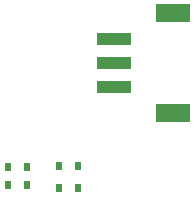
<source format=gtp>
%FSLAX25Y25*%
%MOIN*%
G70*
G01*
G75*
G04 Layer_Color=8421504*
%ADD10R,0.02362X0.03150*%
%ADD11R,0.11811X0.03937*%
%ADD12R,0.11811X0.05906*%
%ADD13C,0.01000*%
%ADD14C,0.07874*%
%ADD15C,0.03937*%
%ADD16C,0.23622*%
%ADD17C,0.00300*%
%ADD18C,0.00500*%
%ADD19C,0.00394*%
D10*
X86614Y15748D02*
D03*
X92913D02*
D03*
X86614Y9843D02*
D03*
X92913D02*
D03*
X103587Y16106D02*
D03*
X109886D02*
D03*
X103543Y9055D02*
D03*
X109843D02*
D03*
D11*
X121858Y58480D02*
D03*
Y50606D02*
D03*
Y42732D02*
D03*
Y58480D02*
D03*
D12*
X141543Y67142D02*
D03*
Y34071D02*
D03*
M02*

</source>
